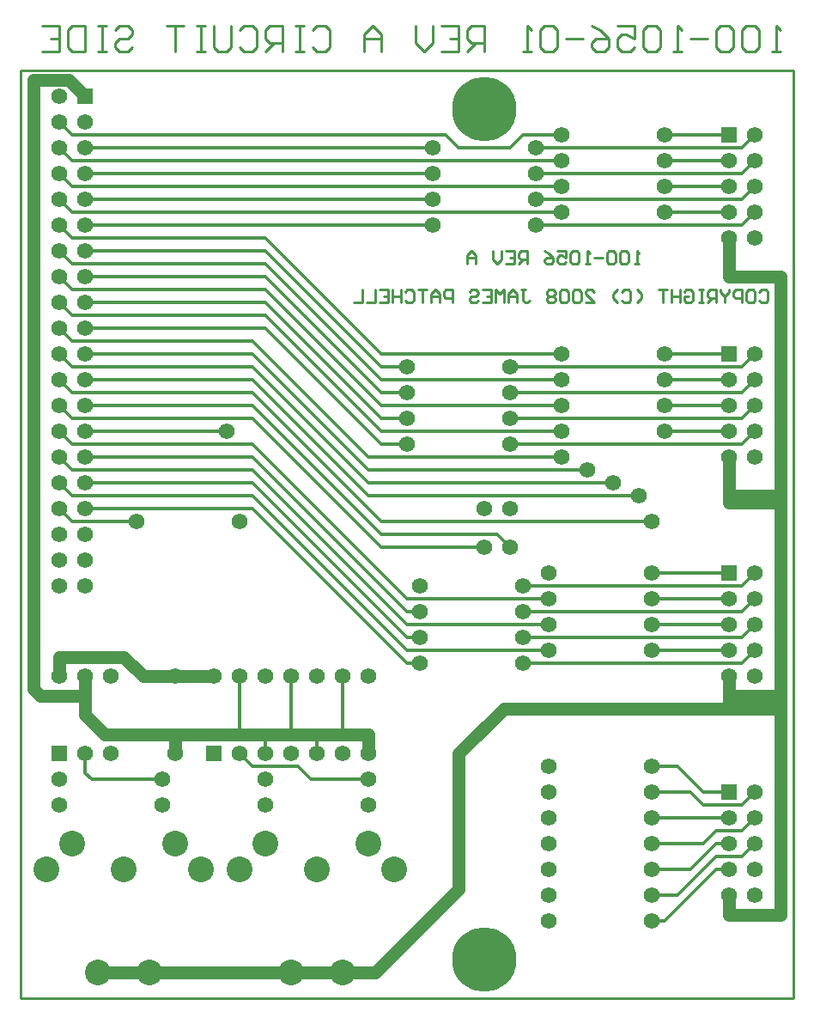
<source format=gbl>
*%FSLAX24Y24*%
*%MOIN*%
G01*
%ADD11C,0.0073*%
%ADD12C,0.0080*%
%ADD13C,0.0100*%
%ADD14C,0.0120*%
%ADD15C,0.0200*%
%ADD16C,0.0300*%
%ADD17C,0.0360*%
%ADD18C,0.0500*%
%ADD19C,0.0500*%
%ADD20C,0.0560*%
%ADD21C,0.0620*%
%ADD22C,0.0660*%
%ADD23C,0.0680*%
%ADD24C,0.0700*%
%ADD25C,0.1000*%
%ADD26C,0.1060*%
%ADD27C,0.1400*%
%ADD28C,0.1600*%
%ADD29C,0.2500*%
%ADD30C,0.2500*%
%ADD31R,0.0620X0.0620*%
%ADD32R,0.0680X0.0680*%
D13*
X99843Y87940D02*
X100010D01*
X99927D02*
X99843D01*
X99927D02*
Y88440D01*
X99928D01*
X99927D02*
X100010Y88357D01*
X99593D02*
X99510Y88440D01*
X99344D01*
X99260Y88357D01*
Y88023D01*
X99344Y87940D01*
X99510D01*
X99593Y88023D01*
Y88357D01*
X99094D02*
X99010Y88440D01*
X98844D01*
X98760Y88357D01*
Y88023D01*
X98844Y87940D01*
X99010D01*
X99094Y88023D01*
Y88357D01*
X98594Y88190D02*
X98261D01*
X98094Y87940D02*
X97927D01*
X98011D01*
Y88440D01*
X98012D01*
X98011D02*
X98094Y88357D01*
X97677D02*
X97594Y88440D01*
X97428D01*
X97344Y88357D01*
Y88023D01*
X97428Y87940D01*
X97594D01*
X97677Y88023D01*
Y88357D01*
X97178Y88440D02*
X96844D01*
X97178D02*
Y88190D01*
X97011Y88273D01*
X96928D01*
X96844Y88190D01*
Y88023D01*
X96928Y87940D01*
X97094D01*
X97178Y88023D01*
X96511Y88357D02*
X96345Y88440D01*
X96511Y88357D02*
X96678Y88190D01*
Y88023D01*
X96594Y87940D01*
X96428D01*
X96345Y88023D01*
Y88107D01*
X96428Y88190D01*
X96678D01*
X95678Y87940D02*
Y88440D01*
X95428D01*
X95345Y88357D01*
Y88190D01*
X95428Y88107D01*
X95678D01*
X95511D02*
X95345Y87940D01*
X95178Y88440D02*
X94845D01*
X95178D02*
Y87940D01*
X94845D01*
X95012Y88190D02*
X95178D01*
X94678Y88107D02*
Y88440D01*
Y88107D02*
X94512Y87940D01*
X94345Y88107D01*
Y88440D01*
X93679Y88273D02*
Y87940D01*
Y88273D02*
X93512Y88440D01*
X93345Y88273D01*
Y87940D01*
Y88190D01*
X93679D01*
X104677Y86857D02*
X104760Y86940D01*
X104927D01*
X105010Y86857D01*
Y86523D01*
X104927Y86440D01*
X104760D01*
X104677Y86523D01*
X104427Y86940D02*
X104260D01*
X104427D02*
X104510Y86857D01*
Y86523D01*
X104427Y86440D01*
X104260D01*
X104177Y86523D01*
Y86857D01*
X104260Y86940D01*
X104010D02*
Y86440D01*
Y86940D02*
X103760D01*
X103677Y86857D01*
Y86690D01*
X103760Y86607D01*
X104010D01*
X103510Y86857D02*
Y86940D01*
Y86857D02*
X103344Y86690D01*
X103177Y86857D01*
Y86940D01*
X103344Y86690D02*
Y86440D01*
X103011D02*
Y86940D01*
X102761D01*
X102677Y86857D01*
Y86690D01*
X102761Y86607D01*
X103011D01*
X102844D02*
X102677Y86440D01*
X102511Y86940D02*
X102344D01*
X102428D01*
Y86440D01*
X102511D01*
X102344D01*
X101844Y86940D02*
X101761Y86857D01*
X101844Y86940D02*
X102011D01*
X102094Y86857D01*
Y86523D01*
X102011Y86440D01*
X101844D01*
X101761Y86523D01*
Y86690D01*
X101928D01*
X101594Y86940D02*
Y86440D01*
Y86690D01*
X101261D01*
Y86940D01*
Y86440D01*
X101095Y86940D02*
X100761D01*
X100928D01*
Y86440D01*
X100095Y86607D02*
X99928Y86440D01*
X100095Y86607D02*
Y86773D01*
X99928Y86940D01*
X99428D02*
X99345Y86857D01*
X99428Y86940D02*
X99595D01*
X99678Y86857D01*
Y86523D01*
X99595Y86440D01*
X99428D01*
X99345Y86523D01*
X99179Y86440D02*
X99012Y86607D01*
Y86773D01*
X99179Y86940D01*
X98262Y86440D02*
X97929D01*
X98262D02*
X97929Y86773D01*
Y86857D01*
X98012Y86940D01*
X98179D01*
X98262Y86857D01*
X97762D02*
X97679Y86940D01*
X97512D01*
X97429Y86857D01*
Y86523D01*
X97512Y86440D01*
X97679D01*
X97762Y86523D01*
Y86857D01*
X97263D02*
X97179Y86940D01*
X97013D01*
X96929Y86857D01*
Y86523D01*
X97013Y86440D01*
X97179D01*
X97263Y86523D01*
Y86857D01*
X96763D02*
X96679Y86940D01*
X96513D01*
X96429Y86857D01*
Y86773D01*
X96513Y86690D01*
X96429Y86607D01*
Y86523D01*
X96513Y86440D01*
X96679D01*
X96763Y86523D01*
Y86607D01*
X96679Y86690D01*
X96763Y86773D01*
Y86857D01*
X96679Y86690D02*
X96513D01*
X95596Y86940D02*
X95430D01*
X95513D02*
X95596D01*
X95513D02*
Y86523D01*
X95596Y86440D01*
X95680D01*
X95763Y86523D01*
X95263Y86440D02*
Y86773D01*
X95097Y86940D01*
X94930Y86773D01*
Y86440D01*
Y86690D01*
X95263D01*
X94763Y86440D02*
Y86940D01*
X94597Y86773D01*
X94430Y86940D01*
Y86440D01*
X94263Y86940D02*
X93930D01*
X94263D02*
Y86440D01*
X93930D01*
X94097Y86690D02*
X94263D01*
X93514Y86940D02*
X93430Y86857D01*
X93514Y86940D02*
X93680D01*
X93764Y86857D01*
Y86773D01*
X93680Y86690D01*
X93514D01*
X93430Y86607D01*
Y86523D01*
X93514Y86440D01*
X93680D01*
X93764Y86523D01*
X92764Y86440D02*
Y86940D01*
X92514D01*
X92431Y86857D01*
Y86690D01*
X92514Y86607D01*
X92764D01*
X92264Y86440D02*
Y86773D01*
X92098Y86940D01*
X91931Y86773D01*
Y86440D01*
Y86690D01*
X92264D01*
X91764Y86940D02*
X91431D01*
X91598D01*
Y86440D01*
X91015Y86940D02*
X90931Y86857D01*
X91015Y86940D02*
X91181D01*
X91264Y86857D01*
Y86523D01*
X91181Y86440D01*
X91015D01*
X90931Y86523D01*
X90765Y86440D02*
Y86940D01*
Y86690D02*
Y86440D01*
Y86690D02*
X90431D01*
Y86940D01*
Y86440D01*
X90265Y86940D02*
X89932D01*
X90265D02*
Y86440D01*
X89932D01*
X90098Y86690D02*
X90265D01*
X89765Y86940D02*
Y86440D01*
X89432D01*
X89265D02*
Y86940D01*
Y86440D02*
X88932D01*
X105177Y96190D02*
X105510D01*
X105343D02*
X105177D01*
X105343D02*
Y97190D01*
X105344D01*
X105343D02*
X105510Y97023D01*
X104677D02*
X104510Y97190D01*
X104177D01*
X104010Y97023D01*
Y96357D01*
X104177Y96190D01*
X104510D01*
X104677Y96357D01*
Y97023D01*
X103677D02*
X103511Y97190D01*
X103177D01*
X103011Y97023D01*
Y96357D01*
X103177Y96190D01*
X103511D01*
X103677Y96357D01*
Y97023D01*
X102678Y96690D02*
X102011D01*
X101678Y96190D02*
X101345D01*
X101511D01*
Y97190D01*
X101512D01*
X101511D02*
X101678Y97023D01*
X100845D02*
X100678Y97190D01*
X100345D01*
X100178Y97023D01*
Y96357D01*
X100345Y96190D01*
X100678D01*
X100845Y96357D01*
Y97023D01*
X99845Y97190D02*
X99179D01*
X99845D02*
Y96690D01*
X99512Y96856D01*
X99345D01*
X99179Y96690D01*
Y96357D01*
X99345Y96190D01*
X99679D01*
X99845Y96357D01*
X98512Y97023D02*
X98179Y97190D01*
X98512Y97023D02*
X98845Y96690D01*
Y96357D01*
X98679Y96190D01*
X98346D01*
X98179Y96357D01*
Y96523D01*
X98346Y96690D01*
X98845D01*
X97846D02*
X97179D01*
X96846Y97023D02*
X96680Y97190D01*
X96346D01*
X96180Y97023D01*
Y96357D01*
X96346Y96190D01*
X96680D01*
X96846Y96357D01*
Y97023D01*
X95846Y96190D02*
X95513D01*
X95680D01*
Y97190D01*
X95681D01*
X95680D02*
X95846Y97023D01*
X94014Y97190D02*
Y96190D01*
Y97190D02*
X93514D01*
X93347Y97023D01*
Y96690D01*
X93514Y96523D01*
X94014D01*
X93680D02*
X93347Y96190D01*
X93014Y97190D02*
X92348D01*
X93014D02*
Y96190D01*
X92348D01*
X92681Y96690D02*
X93014D01*
X92014Y96523D02*
Y97190D01*
Y96523D02*
X91681Y96190D01*
X91348Y96523D01*
Y97190D01*
X90015Y96856D02*
Y96190D01*
Y96856D02*
X89682Y97190D01*
X89349Y96856D01*
Y96190D01*
Y96690D01*
X90015D01*
X87516Y97190D02*
X87349Y97023D01*
X87516Y97190D02*
X87849D01*
X88016Y97023D01*
Y96357D01*
X87849Y96190D01*
X87516D01*
X87349Y96357D01*
X87016Y97190D02*
X86683D01*
X86849D01*
Y96190D01*
X87016D01*
X86683D01*
X86183D02*
Y97190D01*
X85683D01*
X85516Y97023D01*
Y96690D01*
X85683Y96523D01*
X86183D01*
X85850D02*
X85516Y96190D01*
X84517Y97023D02*
X84683Y97190D01*
X85017D01*
X85183Y97023D01*
Y96357D01*
X85017Y96190D01*
X84683D01*
X84517Y96357D01*
X84184D02*
Y97190D01*
Y96357D02*
X84017Y96190D01*
X83684D01*
X83517Y96357D01*
Y97190D01*
X83184D02*
X82851D01*
X83017D01*
Y96190D01*
X83184D01*
X82851D01*
X82351Y97190D02*
X81684D01*
X82018D01*
Y96190D01*
X79852Y97190D02*
X79685Y97023D01*
X79852Y97190D02*
X80185D01*
X80351Y97023D01*
Y96856D01*
X80185Y96690D01*
X79852D01*
X79685Y96523D01*
Y96357D01*
X79852Y96190D01*
X80185D01*
X80351Y96357D01*
X79352Y97190D02*
X79019D01*
X79185D01*
Y96190D01*
X79352D01*
X79019D01*
X78519D02*
Y97190D01*
Y96190D02*
X78019D01*
X77852Y96357D01*
Y97023D01*
X78019Y97190D01*
X78519D01*
X77519D02*
X76853D01*
X77519D02*
Y96190D01*
X76853D01*
X77186Y96690D02*
X77519D01*
X76010Y95440D02*
X106010D01*
Y59440D02*
X76010D01*
Y95440D01*
X106010D02*
Y59440D01*
D14*
X91010Y72440D02*
X85010Y78440D01*
Y81940D02*
X90010Y76940D01*
Y77440D02*
X85010Y82440D01*
Y82940D02*
X90010Y77940D01*
X89510Y78940D02*
X85010Y83440D01*
Y83940D02*
X89010Y79940D01*
X89510D02*
X85010Y84440D01*
Y84940D02*
X89510Y80440D01*
X85010Y80940D02*
X91010Y74940D01*
Y72940D02*
X85010Y78940D01*
Y79440D02*
X91010Y73440D01*
Y73940D02*
X85010Y79940D01*
Y80440D02*
X91010Y74440D01*
X90010Y80940D02*
X85510Y85440D01*
Y85940D02*
X90010Y81440D01*
Y81940D02*
X85510Y86440D01*
Y86940D02*
X90010Y82440D01*
Y82940D02*
X85510Y87440D01*
Y87940D02*
X90010Y83440D01*
Y83940D02*
X85510Y88440D01*
Y88940D02*
X90010Y84440D01*
X103010Y64440D02*
X101010Y62440D01*
X101510Y63440D02*
X103010Y64940D01*
X78010Y77940D02*
X77510Y78440D01*
X78010Y81940D02*
X77510Y82440D01*
X78010Y82940D02*
X77510Y83440D01*
X78010Y83940D02*
X77510Y84440D01*
X78010Y84940D02*
X77510Y85440D01*
Y79440D02*
X78010Y78940D01*
Y79940D02*
X77510Y80440D01*
X78010Y80940D02*
X77510Y81440D01*
X78010Y85940D02*
X77510Y86440D01*
X78010Y86940D02*
X77510Y87440D01*
X78010Y87940D02*
X77510Y88440D01*
X78010Y88940D02*
X77510Y89440D01*
X78010Y89940D02*
X77510Y90440D01*
X78010Y90940D02*
X77510Y91440D01*
X78010Y91940D02*
X77510Y92440D01*
X78010Y92940D02*
X77510Y93440D01*
X100510Y62440D02*
X101010D01*
X78510Y68190D02*
Y68940D01*
Y68190D02*
X78760Y67940D01*
X103010Y64440D02*
X103510D01*
X101510Y63440D02*
X100510D01*
X103010Y64940D02*
X104010D01*
X102010Y64440D02*
X100510D01*
X103010Y65440D02*
X103510D01*
X102510D02*
X100510D01*
X103010Y65940D02*
X104010D01*
X103510Y66440D02*
X100510D01*
X102510Y66940D02*
X104010D01*
X89510Y67940D02*
X87260D01*
X86760Y68440D02*
X85010D01*
X81510Y67940D02*
X78760D01*
X100510Y67440D02*
X102010D01*
X101510Y68440D02*
X100510D01*
X102510Y67440D02*
X103510D01*
X84510Y69690D02*
Y71940D01*
X85510Y69690D02*
Y68940D01*
X85010Y68440D02*
X84510Y68940D01*
X86510Y69690D02*
Y71940D01*
X87510Y69690D02*
Y68940D01*
X86760Y68440D02*
X87260Y67940D01*
X91010Y72440D02*
X91510D01*
X95510D02*
X104010D01*
X88510Y71940D02*
Y69690D01*
X89510Y79440D02*
X89010Y79940D01*
X91010Y72940D02*
X96510D01*
X91510Y73440D02*
X91010D01*
Y73940D02*
X96510D01*
X91510Y74440D02*
X91010D01*
X100510Y73940D02*
X103510D01*
Y72940D02*
X100510D01*
X104010Y73440D02*
X95510D01*
Y74440D02*
X104010D01*
X96510Y74940D02*
X91010D01*
X100510Y75940D02*
X103510D01*
Y74940D02*
X100510D01*
X104010Y75440D02*
X95510D01*
X93010Y92440D02*
X92510Y92940D01*
X80510Y77940D02*
X78010D01*
X78510Y78440D02*
X85010D01*
X90010Y76940D02*
X94010D01*
X94510Y77440D02*
X90010D01*
Y77940D02*
X100510D01*
X95010Y76940D02*
X94510Y77440D01*
X95010Y92440D02*
X95510Y92940D01*
X100010Y78940D02*
X89510D01*
Y79440D02*
X99010D01*
X98010Y79940D02*
X89510D01*
X92010Y80440D02*
X97010D01*
X92010D02*
X89510D01*
X85010Y78940D02*
X78010D01*
X78510Y79440D02*
X85010D01*
Y79940D02*
X78010D01*
X78510Y80440D02*
X85010D01*
X84010Y81440D02*
X78510D01*
X78010Y81940D02*
X85010D01*
Y82440D02*
X78510D01*
X78010Y80940D02*
X85010D01*
X95010Y81940D02*
X104010D01*
Y80940D02*
X95010D01*
X101010Y81440D02*
X103510D01*
Y82440D02*
X101010D01*
X91010Y80940D02*
X90010D01*
Y81440D02*
X97010D01*
X91010Y81940D02*
X90010D01*
Y82440D02*
X97010D01*
X85010Y82940D02*
X78010D01*
X78510Y83440D02*
X85010D01*
Y83940D02*
X78010D01*
X78510Y84440D02*
X85010D01*
X95010Y83940D02*
X104010D01*
Y82940D02*
X95010D01*
X101010Y83440D02*
X103510D01*
Y84440D02*
X101010D01*
X91010Y82940D02*
X90010D01*
Y83440D02*
X97010D01*
X91010Y83940D02*
X90010D01*
Y84440D02*
X97010D01*
X85010Y84940D02*
X78010D01*
X78510Y85440D02*
X85510D01*
Y85940D02*
X78010D01*
X78510Y86440D02*
X85510D01*
X102010Y67440D02*
X102510Y66940D01*
Y67440D02*
X101510Y68440D01*
X103010Y65440D02*
X102010Y64440D01*
X102510Y65440D02*
X103010Y65940D01*
X85510Y86940D02*
X78010D01*
X78510Y87440D02*
X85510D01*
Y87940D02*
X78010D01*
X78510Y88440D02*
X85510D01*
X104510Y65440D02*
X104010Y64940D01*
Y65940D02*
X104510Y66440D01*
X104010Y66940D02*
X104510Y67440D01*
X104010Y72440D02*
X104510Y72940D01*
X104010Y73440D02*
X104510Y73940D01*
X104010Y74440D02*
X104510Y74940D01*
X104010Y75440D02*
X104510Y75940D01*
X104010Y83940D02*
X104510Y84440D01*
Y83440D02*
X104010Y82940D01*
X104510Y82440D02*
X104010Y81940D01*
X104510Y81440D02*
X104010Y80940D01*
Y89440D02*
X104510Y89940D01*
X104010Y90440D02*
X104510Y90940D01*
X104010Y91440D02*
X104510Y91940D01*
X104010Y92440D02*
X104510Y92940D01*
X85510Y88940D02*
X78010D01*
X96010Y89440D02*
X104010D01*
X103510Y89940D02*
X101010D01*
X104010Y90440D02*
X96010D01*
X92010Y89440D02*
X78510D01*
X78010Y89940D02*
X97010D01*
X92010Y90440D02*
X78510D01*
X101010Y90940D02*
X103510D01*
Y91940D02*
X101010D01*
X104010Y91440D02*
X96010D01*
Y92440D02*
X104010D01*
X97010Y90940D02*
X78010D01*
X78510Y91440D02*
X92010D01*
X97010Y91940D02*
X78010D01*
X78510Y92440D02*
X92010D01*
X93010D02*
X95010D01*
X101010Y92940D02*
X103510D01*
X92510D02*
X78010D01*
X95510D02*
X97010D01*
D19*
X78510Y94440D02*
X77860Y95090D01*
X76510Y71440D02*
X76760Y71190D01*
X80010Y72690D02*
X80760Y71940D01*
X78510Y70440D02*
X79260Y69690D01*
X93010Y68940D02*
X94760Y70690D01*
X93010Y63690D02*
X89760Y60440D01*
X88510D02*
X86510D01*
X81010D01*
X79010D01*
X88510D02*
X89760D01*
X76510Y71440D02*
Y95090D01*
X77510Y72690D02*
Y71940D01*
X103510Y62690D02*
X105510D01*
X78510Y71440D02*
Y71940D01*
Y70440D01*
Y71190D02*
Y71440D01*
X82010Y69690D02*
Y68940D01*
X103760Y70940D02*
X105510D01*
Y70690D02*
X103510D01*
X82010Y69690D02*
X79260D01*
X82010D02*
X89510D01*
X94760Y70690D02*
X103760D01*
X78510Y71190D02*
X76760D01*
X103510D02*
X105510D01*
X82010Y71940D02*
X80760D01*
X82010D02*
X83510D01*
X80010Y72690D02*
X77510D01*
X89510Y69690D02*
Y68940D01*
X93010D02*
Y63690D01*
X103510Y78690D02*
X103760D01*
X105510D01*
Y78940D02*
X103510D01*
Y87440D02*
X105510D01*
X103510Y80440D02*
Y78940D01*
Y78690D02*
Y80440D01*
Y87440D02*
Y88940D01*
Y71940D02*
Y71190D01*
Y70690D02*
Y71940D01*
Y63440D02*
Y62690D01*
X105510Y78940D02*
Y87440D01*
Y78690D02*
Y71190D01*
Y70690D02*
Y62690D01*
Y77940D02*
Y79940D01*
Y71690D02*
Y69440D01*
X77860Y95090D02*
X76510D01*
D21*
X100510Y77940D02*
D03*
X100010Y78940D02*
D03*
X99010Y79440D02*
D03*
X98010Y79940D02*
D03*
X97010Y80440D02*
D03*
X94010Y76940D02*
D03*
X95010D02*
D03*
X84010Y81440D02*
D03*
X104510Y80440D02*
D03*
X103510D02*
D03*
X104510Y81440D02*
D03*
X103510D02*
D03*
X104510Y82440D02*
D03*
X103510D02*
D03*
X104510Y83440D02*
D03*
X103510D02*
D03*
X104510Y84440D02*
D03*
Y88940D02*
D03*
X103510D02*
D03*
X104510Y89940D02*
D03*
X103510D02*
D03*
X104510Y90940D02*
D03*
X103510D02*
D03*
X104510Y91940D02*
D03*
X103510D02*
D03*
X104510Y92940D02*
D03*
Y63440D02*
D03*
X103510D02*
D03*
X104510Y64440D02*
D03*
X103510D02*
D03*
X104510Y65440D02*
D03*
X103510D02*
D03*
X104510Y66440D02*
D03*
X103510D02*
D03*
X104510Y67440D02*
D03*
Y71940D02*
D03*
X103510D02*
D03*
X104510Y72940D02*
D03*
X103510D02*
D03*
X104510Y73940D02*
D03*
X103510D02*
D03*
X104510Y74940D02*
D03*
X103510D02*
D03*
X104510Y75940D02*
D03*
X95010Y83940D02*
D03*
X91010D02*
D03*
X95010Y82940D02*
D03*
X91010D02*
D03*
X95010Y81940D02*
D03*
X91010D02*
D03*
X95010Y80940D02*
D03*
X91010D02*
D03*
X96010Y92440D02*
D03*
X92010D02*
D03*
X96010Y90440D02*
D03*
X92010D02*
D03*
X96010Y89440D02*
D03*
X92010D02*
D03*
X101010Y92940D02*
D03*
X97010D02*
D03*
X101010Y82440D02*
D03*
X97010D02*
D03*
X101010Y83440D02*
D03*
X97010D02*
D03*
X101010Y84440D02*
D03*
X97010D02*
D03*
X101010Y81440D02*
D03*
X97010D02*
D03*
X101010Y91940D02*
D03*
X97010D02*
D03*
X101010Y90940D02*
D03*
X97010D02*
D03*
X101010Y89940D02*
D03*
X97010D02*
D03*
X96010Y91440D02*
D03*
X92010D02*
D03*
X82010Y68940D02*
D03*
Y71940D02*
D03*
X84510Y68940D02*
D03*
X86510D02*
D03*
X87510D02*
D03*
X88510D02*
D03*
X89510D02*
D03*
Y71940D02*
D03*
X88510D02*
D03*
X87510D02*
D03*
X86510D02*
D03*
X85510D02*
D03*
X84510D02*
D03*
X83510D02*
D03*
X85510Y68940D02*
D03*
X89510Y67940D02*
D03*
X85510D02*
D03*
Y66940D02*
D03*
X89510D02*
D03*
X95510Y75440D02*
D03*
X91510D02*
D03*
X95510Y74440D02*
D03*
X91510D02*
D03*
X95510Y73440D02*
D03*
X91510D02*
D03*
X95510Y72440D02*
D03*
X91510D02*
D03*
X100510Y68440D02*
D03*
X96510D02*
D03*
X100510Y67440D02*
D03*
X96510D02*
D03*
X100510Y72940D02*
D03*
X96510D02*
D03*
X100510Y73940D02*
D03*
X96510D02*
D03*
X100510Y74940D02*
D03*
X96510D02*
D03*
X100510Y75940D02*
D03*
X96510D02*
D03*
X100510Y65440D02*
D03*
X96510D02*
D03*
X100510Y66440D02*
D03*
X96510D02*
D03*
X95010Y78440D02*
D03*
X94010D02*
D03*
X100510Y64440D02*
D03*
X96510D02*
D03*
X100510Y63440D02*
D03*
X96510D02*
D03*
X100510Y62440D02*
D03*
X96510D02*
D03*
X77510Y75440D02*
D03*
X78510D02*
D03*
X77510Y76440D02*
D03*
X78510D02*
D03*
X77510Y77440D02*
D03*
X78510D02*
D03*
X77510Y78440D02*
D03*
X78510D02*
D03*
X77510Y79440D02*
D03*
X78510D02*
D03*
X77510Y80440D02*
D03*
X78510D02*
D03*
X77510Y81440D02*
D03*
X78510D02*
D03*
X77510Y82440D02*
D03*
X78510D02*
D03*
X77510Y83440D02*
D03*
X78510D02*
D03*
X77510Y84440D02*
D03*
X78510D02*
D03*
X77510Y85440D02*
D03*
X78510D02*
D03*
X77510Y86440D02*
D03*
X78510D02*
D03*
X77510Y87440D02*
D03*
X78510D02*
D03*
X77510Y88440D02*
D03*
X78510D02*
D03*
X77510Y89440D02*
D03*
X78510D02*
D03*
X77510Y90440D02*
D03*
X78510D02*
D03*
X77510Y91440D02*
D03*
X78510D02*
D03*
X77510Y92440D02*
D03*
X78510D02*
D03*
X77510Y93440D02*
D03*
X78510D02*
D03*
X77510Y94440D02*
D03*
X84510Y77940D02*
D03*
X80510D02*
D03*
X77510Y66940D02*
D03*
X81510D02*
D03*
Y67940D02*
D03*
X77510D02*
D03*
X79510Y68940D02*
D03*
Y71940D02*
D03*
X78510D02*
D03*
X77510D02*
D03*
X78510Y68940D02*
D03*
D25*
X87510Y64440D02*
D03*
X85510Y65440D02*
D03*
X89510D02*
D03*
X90510Y64440D02*
D03*
X84510D02*
D03*
X88510Y60440D02*
D03*
X86510D02*
D03*
X80010Y64440D02*
D03*
X78010Y65440D02*
D03*
X82010D02*
D03*
X83010Y64440D02*
D03*
X77010D02*
D03*
X81010Y60440D02*
D03*
X79010D02*
D03*
D29*
X94010Y93940D02*
D03*
Y60940D02*
D03*
D31*
X103510Y84440D02*
D03*
Y92940D02*
D03*
Y67440D02*
D03*
Y75940D02*
D03*
X83510Y68940D02*
D03*
X78510Y94440D02*
D03*
X77510Y68940D02*
D03*
M02*

</source>
